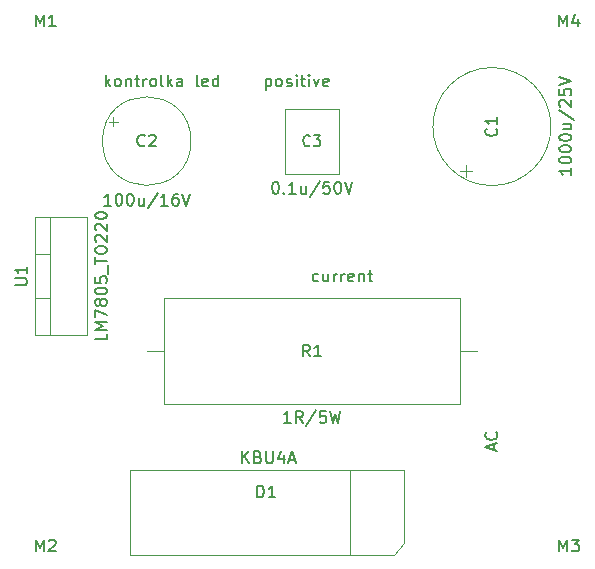
<source format=gbr>
%TF.GenerationSoftware,KiCad,Pcbnew,5.1.5-1.fc31*%
%TF.CreationDate,2020-04-07T08:28:03+02:00*%
%TF.ProjectId,zasilacz,7a617369-6c61-4637-9a2e-6b696361645f,1.0*%
%TF.SameCoordinates,Original*%
%TF.FileFunction,Other,Fab,Top*%
%FSLAX46Y46*%
G04 Gerber Fmt 4.6, Leading zero omitted, Abs format (unit mm)*
G04 Created by KiCad (PCBNEW 5.1.5-1.fc31) date 2020-04-07 08:28:03*
%MOMM*%
%LPD*%
G04 APERTURE LIST*
%ADD10C,0.100000*%
%ADD11C,0.120000*%
%ADD12C,0.150000*%
%ADD13C,0.138000*%
G04 APERTURE END LIST*
D10*
%TO.C,C1*%
X153590000Y-74970000D02*
G75*
G03X153590000Y-74970000I-5000000J0D01*
G01*
X146402500Y-79258861D02*
X146402500Y-78258861D01*
X145902500Y-78758861D02*
X146902500Y-78758861D01*
%TO.C,C2*%
X123110000Y-76200000D02*
G75*
G03X123110000Y-76200000I-3750000J0D01*
G01*
X116148767Y-74562500D02*
X116898767Y-74562500D01*
X116523767Y-74187500D02*
X116523767Y-74937500D01*
%TO.C,C3*%
X131030000Y-73450000D02*
X131030000Y-78950000D01*
X131030000Y-78950000D02*
X135630000Y-78950000D01*
X135630000Y-78950000D02*
X135630000Y-73450000D01*
X135630000Y-73450000D02*
X131030000Y-73450000D01*
D11*
%TO.C,D1*%
X136560000Y-111220000D02*
X136560000Y-104020000D01*
D10*
X141160000Y-110220000D02*
X141160000Y-104020000D01*
X140260000Y-111220000D02*
X141160000Y-110220000D01*
X117960000Y-111220000D02*
X140260000Y-111220000D01*
D11*
X117960000Y-104020000D02*
X117960000Y-111220000D01*
D10*
X141160000Y-104020000D02*
X117960000Y-104020000D01*
%TO.C,R1*%
X120850000Y-89480000D02*
X120850000Y-98480000D01*
X120850000Y-98480000D02*
X145850000Y-98480000D01*
X145850000Y-98480000D02*
X145850000Y-89480000D01*
X145850000Y-89480000D02*
X120850000Y-89480000D01*
X119380000Y-93980000D02*
X120850000Y-93980000D01*
X147320000Y-93980000D02*
X145850000Y-93980000D01*
%TO.C,U1*%
X109880000Y-92630000D02*
X114280000Y-92630000D01*
X114280000Y-92630000D02*
X114280000Y-82630000D01*
X114280000Y-82630000D02*
X109880000Y-82630000D01*
X109880000Y-82630000D02*
X109880000Y-92630000D01*
X111150000Y-92630000D02*
X111150000Y-82630000D01*
X109880000Y-89480000D02*
X111150000Y-89480000D01*
X109880000Y-85780000D02*
X111150000Y-85780000D01*
%TD*%
%TO.C,M1*%
D12*
X109980476Y-66492380D02*
X109980476Y-65492380D01*
X110313809Y-66206666D01*
X110647142Y-65492380D01*
X110647142Y-66492380D01*
X111647142Y-66492380D02*
X111075714Y-66492380D01*
X111361428Y-66492380D02*
X111361428Y-65492380D01*
X111266190Y-65635238D01*
X111170952Y-65730476D01*
X111075714Y-65778095D01*
%TO.C,M4*%
X154303476Y-66492380D02*
X154303476Y-65492380D01*
X154636809Y-66206666D01*
X154970142Y-65492380D01*
X154970142Y-66492380D01*
X155874904Y-65825714D02*
X155874904Y-66492380D01*
X155636809Y-65444761D02*
X155398714Y-66159047D01*
X156017761Y-66159047D01*
%TO.C,M3*%
X154303476Y-110942380D02*
X154303476Y-109942380D01*
X154636809Y-110656666D01*
X154970142Y-109942380D01*
X154970142Y-110942380D01*
X155351095Y-109942380D02*
X155970142Y-109942380D01*
X155636809Y-110323333D01*
X155779666Y-110323333D01*
X155874904Y-110370952D01*
X155922523Y-110418571D01*
X155970142Y-110513809D01*
X155970142Y-110751904D01*
X155922523Y-110847142D01*
X155874904Y-110894761D01*
X155779666Y-110942380D01*
X155493952Y-110942380D01*
X155398714Y-110894761D01*
X155351095Y-110847142D01*
%TO.C,M2*%
X109980476Y-110942380D02*
X109980476Y-109942380D01*
X110313809Y-110656666D01*
X110647142Y-109942380D01*
X110647142Y-110942380D01*
X111075714Y-110037619D02*
X111123333Y-109990000D01*
X111218571Y-109942380D01*
X111456666Y-109942380D01*
X111551904Y-109990000D01*
X111599523Y-110037619D01*
X111647142Y-110132857D01*
X111647142Y-110228095D01*
X111599523Y-110370952D01*
X111028095Y-110942380D01*
X111647142Y-110942380D01*
%TO.C,C1*%
X155292380Y-78470000D02*
X155292380Y-79041428D01*
X155292380Y-78755714D02*
X154292380Y-78755714D01*
X154435238Y-78850952D01*
X154530476Y-78946190D01*
X154578095Y-79041428D01*
X154292380Y-77850952D02*
X154292380Y-77755714D01*
X154340000Y-77660476D01*
X154387619Y-77612857D01*
X154482857Y-77565238D01*
X154673333Y-77517619D01*
X154911428Y-77517619D01*
X155101904Y-77565238D01*
X155197142Y-77612857D01*
X155244761Y-77660476D01*
X155292380Y-77755714D01*
X155292380Y-77850952D01*
X155244761Y-77946190D01*
X155197142Y-77993809D01*
X155101904Y-78041428D01*
X154911428Y-78089047D01*
X154673333Y-78089047D01*
X154482857Y-78041428D01*
X154387619Y-77993809D01*
X154340000Y-77946190D01*
X154292380Y-77850952D01*
X154292380Y-76898571D02*
X154292380Y-76803333D01*
X154340000Y-76708095D01*
X154387619Y-76660476D01*
X154482857Y-76612857D01*
X154673333Y-76565238D01*
X154911428Y-76565238D01*
X155101904Y-76612857D01*
X155197142Y-76660476D01*
X155244761Y-76708095D01*
X155292380Y-76803333D01*
X155292380Y-76898571D01*
X155244761Y-76993809D01*
X155197142Y-77041428D01*
X155101904Y-77089047D01*
X154911428Y-77136666D01*
X154673333Y-77136666D01*
X154482857Y-77089047D01*
X154387619Y-77041428D01*
X154340000Y-76993809D01*
X154292380Y-76898571D01*
X154292380Y-75946190D02*
X154292380Y-75850952D01*
X154340000Y-75755714D01*
X154387619Y-75708095D01*
X154482857Y-75660476D01*
X154673333Y-75612857D01*
X154911428Y-75612857D01*
X155101904Y-75660476D01*
X155197142Y-75708095D01*
X155244761Y-75755714D01*
X155292380Y-75850952D01*
X155292380Y-75946190D01*
X155244761Y-76041428D01*
X155197142Y-76089047D01*
X155101904Y-76136666D01*
X154911428Y-76184285D01*
X154673333Y-76184285D01*
X154482857Y-76136666D01*
X154387619Y-76089047D01*
X154340000Y-76041428D01*
X154292380Y-75946190D01*
X154625714Y-74755714D02*
X155292380Y-74755714D01*
X154625714Y-75184285D02*
X155149523Y-75184285D01*
X155244761Y-75136666D01*
X155292380Y-75041428D01*
X155292380Y-74898571D01*
X155244761Y-74803333D01*
X155197142Y-74755714D01*
X154244761Y-73565238D02*
X155530476Y-74422380D01*
X154387619Y-73279523D02*
X154340000Y-73231904D01*
X154292380Y-73136666D01*
X154292380Y-72898571D01*
X154340000Y-72803333D01*
X154387619Y-72755714D01*
X154482857Y-72708095D01*
X154578095Y-72708095D01*
X154720952Y-72755714D01*
X155292380Y-73327142D01*
X155292380Y-72708095D01*
X154292380Y-71803333D02*
X154292380Y-72279523D01*
X154768571Y-72327142D01*
X154720952Y-72279523D01*
X154673333Y-72184285D01*
X154673333Y-71946190D01*
X154720952Y-71850952D01*
X154768571Y-71803333D01*
X154863809Y-71755714D01*
X155101904Y-71755714D01*
X155197142Y-71803333D01*
X155244761Y-71850952D01*
X155292380Y-71946190D01*
X155292380Y-72184285D01*
X155244761Y-72279523D01*
X155197142Y-72327142D01*
X154292380Y-71470000D02*
X155292380Y-71136666D01*
X154292380Y-70803333D01*
X148947142Y-75136666D02*
X148994761Y-75184285D01*
X149042380Y-75327142D01*
X149042380Y-75422380D01*
X148994761Y-75565238D01*
X148899523Y-75660476D01*
X148804285Y-75708095D01*
X148613809Y-75755714D01*
X148470952Y-75755714D01*
X148280476Y-75708095D01*
X148185238Y-75660476D01*
X148090000Y-75565238D01*
X148042380Y-75422380D01*
X148042380Y-75327142D01*
X148090000Y-75184285D01*
X148137619Y-75136666D01*
X149042380Y-74184285D02*
X149042380Y-74755714D01*
X149042380Y-74470000D02*
X148042380Y-74470000D01*
X148185238Y-74565238D01*
X148280476Y-74660476D01*
X148328095Y-74755714D01*
%TO.C,C2*%
X116336190Y-81652380D02*
X115764761Y-81652380D01*
X116050476Y-81652380D02*
X116050476Y-80652380D01*
X115955238Y-80795238D01*
X115860000Y-80890476D01*
X115764761Y-80938095D01*
X116955238Y-80652380D02*
X117050476Y-80652380D01*
X117145714Y-80700000D01*
X117193333Y-80747619D01*
X117240952Y-80842857D01*
X117288571Y-81033333D01*
X117288571Y-81271428D01*
X117240952Y-81461904D01*
X117193333Y-81557142D01*
X117145714Y-81604761D01*
X117050476Y-81652380D01*
X116955238Y-81652380D01*
X116860000Y-81604761D01*
X116812380Y-81557142D01*
X116764761Y-81461904D01*
X116717142Y-81271428D01*
X116717142Y-81033333D01*
X116764761Y-80842857D01*
X116812380Y-80747619D01*
X116860000Y-80700000D01*
X116955238Y-80652380D01*
X117907619Y-80652380D02*
X118002857Y-80652380D01*
X118098095Y-80700000D01*
X118145714Y-80747619D01*
X118193333Y-80842857D01*
X118240952Y-81033333D01*
X118240952Y-81271428D01*
X118193333Y-81461904D01*
X118145714Y-81557142D01*
X118098095Y-81604761D01*
X118002857Y-81652380D01*
X117907619Y-81652380D01*
X117812380Y-81604761D01*
X117764761Y-81557142D01*
X117717142Y-81461904D01*
X117669523Y-81271428D01*
X117669523Y-81033333D01*
X117717142Y-80842857D01*
X117764761Y-80747619D01*
X117812380Y-80700000D01*
X117907619Y-80652380D01*
X119098095Y-80985714D02*
X119098095Y-81652380D01*
X118669523Y-80985714D02*
X118669523Y-81509523D01*
X118717142Y-81604761D01*
X118812380Y-81652380D01*
X118955238Y-81652380D01*
X119050476Y-81604761D01*
X119098095Y-81557142D01*
X120288571Y-80604761D02*
X119431428Y-81890476D01*
X121145714Y-81652380D02*
X120574285Y-81652380D01*
X120860000Y-81652380D02*
X120860000Y-80652380D01*
X120764761Y-80795238D01*
X120669523Y-80890476D01*
X120574285Y-80938095D01*
X122002857Y-80652380D02*
X121812380Y-80652380D01*
X121717142Y-80700000D01*
X121669523Y-80747619D01*
X121574285Y-80890476D01*
X121526666Y-81080952D01*
X121526666Y-81461904D01*
X121574285Y-81557142D01*
X121621904Y-81604761D01*
X121717142Y-81652380D01*
X121907619Y-81652380D01*
X122002857Y-81604761D01*
X122050476Y-81557142D01*
X122098095Y-81461904D01*
X122098095Y-81223809D01*
X122050476Y-81128571D01*
X122002857Y-81080952D01*
X121907619Y-81033333D01*
X121717142Y-81033333D01*
X121621904Y-81080952D01*
X121574285Y-81128571D01*
X121526666Y-81223809D01*
X122383809Y-80652380D02*
X122717142Y-81652380D01*
X123050476Y-80652380D01*
X119193333Y-76557142D02*
X119145714Y-76604761D01*
X119002857Y-76652380D01*
X118907619Y-76652380D01*
X118764761Y-76604761D01*
X118669523Y-76509523D01*
X118621904Y-76414285D01*
X118574285Y-76223809D01*
X118574285Y-76080952D01*
X118621904Y-75890476D01*
X118669523Y-75795238D01*
X118764761Y-75700000D01*
X118907619Y-75652380D01*
X119002857Y-75652380D01*
X119145714Y-75700000D01*
X119193333Y-75747619D01*
X119574285Y-75747619D02*
X119621904Y-75700000D01*
X119717142Y-75652380D01*
X119955238Y-75652380D01*
X120050476Y-75700000D01*
X120098095Y-75747619D01*
X120145714Y-75842857D01*
X120145714Y-75938095D01*
X120098095Y-76080952D01*
X119526666Y-76652380D01*
X120145714Y-76652380D01*
%TO.C,C3*%
X130210952Y-79652380D02*
X130306190Y-79652380D01*
X130401428Y-79700000D01*
X130449047Y-79747619D01*
X130496666Y-79842857D01*
X130544285Y-80033333D01*
X130544285Y-80271428D01*
X130496666Y-80461904D01*
X130449047Y-80557142D01*
X130401428Y-80604761D01*
X130306190Y-80652380D01*
X130210952Y-80652380D01*
X130115714Y-80604761D01*
X130068095Y-80557142D01*
X130020476Y-80461904D01*
X129972857Y-80271428D01*
X129972857Y-80033333D01*
X130020476Y-79842857D01*
X130068095Y-79747619D01*
X130115714Y-79700000D01*
X130210952Y-79652380D01*
X130972857Y-80557142D02*
X131020476Y-80604761D01*
X130972857Y-80652380D01*
X130925238Y-80604761D01*
X130972857Y-80557142D01*
X130972857Y-80652380D01*
X131972857Y-80652380D02*
X131401428Y-80652380D01*
X131687142Y-80652380D02*
X131687142Y-79652380D01*
X131591904Y-79795238D01*
X131496666Y-79890476D01*
X131401428Y-79938095D01*
X132830000Y-79985714D02*
X132830000Y-80652380D01*
X132401428Y-79985714D02*
X132401428Y-80509523D01*
X132449047Y-80604761D01*
X132544285Y-80652380D01*
X132687142Y-80652380D01*
X132782380Y-80604761D01*
X132830000Y-80557142D01*
X134020476Y-79604761D02*
X133163333Y-80890476D01*
X134830000Y-79652380D02*
X134353809Y-79652380D01*
X134306190Y-80128571D01*
X134353809Y-80080952D01*
X134449047Y-80033333D01*
X134687142Y-80033333D01*
X134782380Y-80080952D01*
X134830000Y-80128571D01*
X134877619Y-80223809D01*
X134877619Y-80461904D01*
X134830000Y-80557142D01*
X134782380Y-80604761D01*
X134687142Y-80652380D01*
X134449047Y-80652380D01*
X134353809Y-80604761D01*
X134306190Y-80557142D01*
X135496666Y-79652380D02*
X135591904Y-79652380D01*
X135687142Y-79700000D01*
X135734761Y-79747619D01*
X135782380Y-79842857D01*
X135830000Y-80033333D01*
X135830000Y-80271428D01*
X135782380Y-80461904D01*
X135734761Y-80557142D01*
X135687142Y-80604761D01*
X135591904Y-80652380D01*
X135496666Y-80652380D01*
X135401428Y-80604761D01*
X135353809Y-80557142D01*
X135306190Y-80461904D01*
X135258571Y-80271428D01*
X135258571Y-80033333D01*
X135306190Y-79842857D01*
X135353809Y-79747619D01*
X135401428Y-79700000D01*
X135496666Y-79652380D01*
X136115714Y-79652380D02*
X136449047Y-80652380D01*
X136782380Y-79652380D01*
D13*
X133176666Y-76528571D02*
X133132857Y-76572380D01*
X133001428Y-76616190D01*
X132913809Y-76616190D01*
X132782380Y-76572380D01*
X132694761Y-76484761D01*
X132650952Y-76397142D01*
X132607142Y-76221904D01*
X132607142Y-76090476D01*
X132650952Y-75915238D01*
X132694761Y-75827619D01*
X132782380Y-75740000D01*
X132913809Y-75696190D01*
X133001428Y-75696190D01*
X133132857Y-75740000D01*
X133176666Y-75783809D01*
X133483333Y-75696190D02*
X134052857Y-75696190D01*
X133746190Y-76046666D01*
X133877619Y-76046666D01*
X133965238Y-76090476D01*
X134009047Y-76134285D01*
X134052857Y-76221904D01*
X134052857Y-76440952D01*
X134009047Y-76528571D01*
X133965238Y-76572380D01*
X133877619Y-76616190D01*
X133614761Y-76616190D01*
X133527142Y-76572380D01*
X133483333Y-76528571D01*
%TO.C,D1*%
D12*
X127469523Y-103472380D02*
X127469523Y-102472380D01*
X128040952Y-103472380D02*
X127612380Y-102900952D01*
X128040952Y-102472380D02*
X127469523Y-103043809D01*
X128802857Y-102948571D02*
X128945714Y-102996190D01*
X128993333Y-103043809D01*
X129040952Y-103139047D01*
X129040952Y-103281904D01*
X128993333Y-103377142D01*
X128945714Y-103424761D01*
X128850476Y-103472380D01*
X128469523Y-103472380D01*
X128469523Y-102472380D01*
X128802857Y-102472380D01*
X128898095Y-102520000D01*
X128945714Y-102567619D01*
X128993333Y-102662857D01*
X128993333Y-102758095D01*
X128945714Y-102853333D01*
X128898095Y-102900952D01*
X128802857Y-102948571D01*
X128469523Y-102948571D01*
X129469523Y-102472380D02*
X129469523Y-103281904D01*
X129517142Y-103377142D01*
X129564761Y-103424761D01*
X129660000Y-103472380D01*
X129850476Y-103472380D01*
X129945714Y-103424761D01*
X129993333Y-103377142D01*
X130040952Y-103281904D01*
X130040952Y-102472380D01*
X130945714Y-102805714D02*
X130945714Y-103472380D01*
X130707619Y-102424761D02*
X130469523Y-103139047D01*
X131088571Y-103139047D01*
X131421904Y-103186666D02*
X131898095Y-103186666D01*
X131326666Y-103472380D02*
X131660000Y-102472380D01*
X131993333Y-103472380D01*
X128721904Y-106372380D02*
X128721904Y-105372380D01*
X128960000Y-105372380D01*
X129102857Y-105420000D01*
X129198095Y-105515238D01*
X129245714Y-105610476D01*
X129293333Y-105800952D01*
X129293333Y-105943809D01*
X129245714Y-106134285D01*
X129198095Y-106229523D01*
X129102857Y-106324761D01*
X128960000Y-106372380D01*
X128721904Y-106372380D01*
X130245714Y-106372380D02*
X129674285Y-106372380D01*
X129960000Y-106372380D02*
X129960000Y-105372380D01*
X129864761Y-105515238D01*
X129769523Y-105610476D01*
X129674285Y-105658095D01*
%TO.C,D2*%
X115888095Y-71572380D02*
X115888095Y-70572380D01*
X115983333Y-71191428D02*
X116269047Y-71572380D01*
X116269047Y-70905714D02*
X115888095Y-71286666D01*
X116840476Y-71572380D02*
X116745238Y-71524761D01*
X116697619Y-71477142D01*
X116650000Y-71381904D01*
X116650000Y-71096190D01*
X116697619Y-71000952D01*
X116745238Y-70953333D01*
X116840476Y-70905714D01*
X116983333Y-70905714D01*
X117078571Y-70953333D01*
X117126190Y-71000952D01*
X117173809Y-71096190D01*
X117173809Y-71381904D01*
X117126190Y-71477142D01*
X117078571Y-71524761D01*
X116983333Y-71572380D01*
X116840476Y-71572380D01*
X117602380Y-70905714D02*
X117602380Y-71572380D01*
X117602380Y-71000952D02*
X117650000Y-70953333D01*
X117745238Y-70905714D01*
X117888095Y-70905714D01*
X117983333Y-70953333D01*
X118030952Y-71048571D01*
X118030952Y-71572380D01*
X118364285Y-70905714D02*
X118745238Y-70905714D01*
X118507142Y-70572380D02*
X118507142Y-71429523D01*
X118554761Y-71524761D01*
X118650000Y-71572380D01*
X118745238Y-71572380D01*
X119078571Y-71572380D02*
X119078571Y-70905714D01*
X119078571Y-71096190D02*
X119126190Y-71000952D01*
X119173809Y-70953333D01*
X119269047Y-70905714D01*
X119364285Y-70905714D01*
X119840476Y-71572380D02*
X119745238Y-71524761D01*
X119697619Y-71477142D01*
X119650000Y-71381904D01*
X119650000Y-71096190D01*
X119697619Y-71000952D01*
X119745238Y-70953333D01*
X119840476Y-70905714D01*
X119983333Y-70905714D01*
X120078571Y-70953333D01*
X120126190Y-71000952D01*
X120173809Y-71096190D01*
X120173809Y-71381904D01*
X120126190Y-71477142D01*
X120078571Y-71524761D01*
X119983333Y-71572380D01*
X119840476Y-71572380D01*
X120745238Y-71572380D02*
X120650000Y-71524761D01*
X120602380Y-71429523D01*
X120602380Y-70572380D01*
X121126190Y-71572380D02*
X121126190Y-70572380D01*
X121221428Y-71191428D02*
X121507142Y-71572380D01*
X121507142Y-70905714D02*
X121126190Y-71286666D01*
X122364285Y-71572380D02*
X122364285Y-71048571D01*
X122316666Y-70953333D01*
X122221428Y-70905714D01*
X122030952Y-70905714D01*
X121935714Y-70953333D01*
X122364285Y-71524761D02*
X122269047Y-71572380D01*
X122030952Y-71572380D01*
X121935714Y-71524761D01*
X121888095Y-71429523D01*
X121888095Y-71334285D01*
X121935714Y-71239047D01*
X122030952Y-71191428D01*
X122269047Y-71191428D01*
X122364285Y-71143809D01*
X123745238Y-71572380D02*
X123650000Y-71524761D01*
X123602380Y-71429523D01*
X123602380Y-70572380D01*
X124507142Y-71524761D02*
X124411904Y-71572380D01*
X124221428Y-71572380D01*
X124126190Y-71524761D01*
X124078571Y-71429523D01*
X124078571Y-71048571D01*
X124126190Y-70953333D01*
X124221428Y-70905714D01*
X124411904Y-70905714D01*
X124507142Y-70953333D01*
X124554761Y-71048571D01*
X124554761Y-71143809D01*
X124078571Y-71239047D01*
X125411904Y-71572380D02*
X125411904Y-70572380D01*
X125411904Y-71524761D02*
X125316666Y-71572380D01*
X125126190Y-71572380D01*
X125030952Y-71524761D01*
X124983333Y-71477142D01*
X124935714Y-71381904D01*
X124935714Y-71096190D01*
X124983333Y-71000952D01*
X125030952Y-70953333D01*
X125126190Y-70905714D01*
X125316666Y-70905714D01*
X125411904Y-70953333D01*
%TO.C,J1*%
X148756666Y-102338095D02*
X148756666Y-101861904D01*
X149042380Y-102433333D02*
X148042380Y-102100000D01*
X149042380Y-101766666D01*
X148947142Y-100861904D02*
X148994761Y-100909523D01*
X149042380Y-101052380D01*
X149042380Y-101147619D01*
X148994761Y-101290476D01*
X148899523Y-101385714D01*
X148804285Y-101433333D01*
X148613809Y-101480952D01*
X148470952Y-101480952D01*
X148280476Y-101433333D01*
X148185238Y-101385714D01*
X148090000Y-101290476D01*
X148042380Y-101147619D01*
X148042380Y-101052380D01*
X148090000Y-100909523D01*
X148137619Y-100861904D01*
%TO.C,J2*%
X129437142Y-70905714D02*
X129437142Y-71905714D01*
X129437142Y-70953333D02*
X129532380Y-70905714D01*
X129722857Y-70905714D01*
X129818095Y-70953333D01*
X129865714Y-71000952D01*
X129913333Y-71096190D01*
X129913333Y-71381904D01*
X129865714Y-71477142D01*
X129818095Y-71524761D01*
X129722857Y-71572380D01*
X129532380Y-71572380D01*
X129437142Y-71524761D01*
X130484761Y-71572380D02*
X130389523Y-71524761D01*
X130341904Y-71477142D01*
X130294285Y-71381904D01*
X130294285Y-71096190D01*
X130341904Y-71000952D01*
X130389523Y-70953333D01*
X130484761Y-70905714D01*
X130627619Y-70905714D01*
X130722857Y-70953333D01*
X130770476Y-71000952D01*
X130818095Y-71096190D01*
X130818095Y-71381904D01*
X130770476Y-71477142D01*
X130722857Y-71524761D01*
X130627619Y-71572380D01*
X130484761Y-71572380D01*
X131199047Y-71524761D02*
X131294285Y-71572380D01*
X131484761Y-71572380D01*
X131580000Y-71524761D01*
X131627619Y-71429523D01*
X131627619Y-71381904D01*
X131580000Y-71286666D01*
X131484761Y-71239047D01*
X131341904Y-71239047D01*
X131246666Y-71191428D01*
X131199047Y-71096190D01*
X131199047Y-71048571D01*
X131246666Y-70953333D01*
X131341904Y-70905714D01*
X131484761Y-70905714D01*
X131580000Y-70953333D01*
X132056190Y-71572380D02*
X132056190Y-70905714D01*
X132056190Y-70572380D02*
X132008571Y-70620000D01*
X132056190Y-70667619D01*
X132103809Y-70620000D01*
X132056190Y-70572380D01*
X132056190Y-70667619D01*
X132389523Y-70905714D02*
X132770476Y-70905714D01*
X132532380Y-70572380D02*
X132532380Y-71429523D01*
X132580000Y-71524761D01*
X132675238Y-71572380D01*
X132770476Y-71572380D01*
X133103809Y-71572380D02*
X133103809Y-70905714D01*
X133103809Y-70572380D02*
X133056190Y-70620000D01*
X133103809Y-70667619D01*
X133151428Y-70620000D01*
X133103809Y-70572380D01*
X133103809Y-70667619D01*
X133484761Y-70905714D02*
X133722857Y-71572380D01*
X133960952Y-70905714D01*
X134722857Y-71524761D02*
X134627619Y-71572380D01*
X134437142Y-71572380D01*
X134341904Y-71524761D01*
X134294285Y-71429523D01*
X134294285Y-71048571D01*
X134341904Y-70953333D01*
X134437142Y-70905714D01*
X134627619Y-70905714D01*
X134722857Y-70953333D01*
X134770476Y-71048571D01*
X134770476Y-71143809D01*
X134294285Y-71239047D01*
%TO.C,J3*%
X133890000Y-88034761D02*
X133794761Y-88082380D01*
X133604285Y-88082380D01*
X133509047Y-88034761D01*
X133461428Y-87987142D01*
X133413809Y-87891904D01*
X133413809Y-87606190D01*
X133461428Y-87510952D01*
X133509047Y-87463333D01*
X133604285Y-87415714D01*
X133794761Y-87415714D01*
X133890000Y-87463333D01*
X134747142Y-87415714D02*
X134747142Y-88082380D01*
X134318571Y-87415714D02*
X134318571Y-87939523D01*
X134366190Y-88034761D01*
X134461428Y-88082380D01*
X134604285Y-88082380D01*
X134699523Y-88034761D01*
X134747142Y-87987142D01*
X135223333Y-88082380D02*
X135223333Y-87415714D01*
X135223333Y-87606190D02*
X135270952Y-87510952D01*
X135318571Y-87463333D01*
X135413809Y-87415714D01*
X135509047Y-87415714D01*
X135842380Y-88082380D02*
X135842380Y-87415714D01*
X135842380Y-87606190D02*
X135890000Y-87510952D01*
X135937619Y-87463333D01*
X136032857Y-87415714D01*
X136128095Y-87415714D01*
X136842380Y-88034761D02*
X136747142Y-88082380D01*
X136556666Y-88082380D01*
X136461428Y-88034761D01*
X136413809Y-87939523D01*
X136413809Y-87558571D01*
X136461428Y-87463333D01*
X136556666Y-87415714D01*
X136747142Y-87415714D01*
X136842380Y-87463333D01*
X136890000Y-87558571D01*
X136890000Y-87653809D01*
X136413809Y-87749047D01*
X137318571Y-87415714D02*
X137318571Y-88082380D01*
X137318571Y-87510952D02*
X137366190Y-87463333D01*
X137461428Y-87415714D01*
X137604285Y-87415714D01*
X137699523Y-87463333D01*
X137747142Y-87558571D01*
X137747142Y-88082380D01*
X138080476Y-87415714D02*
X138461428Y-87415714D01*
X138223333Y-87082380D02*
X138223333Y-87939523D01*
X138270952Y-88034761D01*
X138366190Y-88082380D01*
X138461428Y-88082380D01*
%TO.C,R1*%
X131564285Y-100052380D02*
X130992857Y-100052380D01*
X131278571Y-100052380D02*
X131278571Y-99052380D01*
X131183333Y-99195238D01*
X131088095Y-99290476D01*
X130992857Y-99338095D01*
X132564285Y-100052380D02*
X132230952Y-99576190D01*
X131992857Y-100052380D02*
X131992857Y-99052380D01*
X132373809Y-99052380D01*
X132469047Y-99100000D01*
X132516666Y-99147619D01*
X132564285Y-99242857D01*
X132564285Y-99385714D01*
X132516666Y-99480952D01*
X132469047Y-99528571D01*
X132373809Y-99576190D01*
X131992857Y-99576190D01*
X133707142Y-99004761D02*
X132850000Y-100290476D01*
X134516666Y-99052380D02*
X134040476Y-99052380D01*
X133992857Y-99528571D01*
X134040476Y-99480952D01*
X134135714Y-99433333D01*
X134373809Y-99433333D01*
X134469047Y-99480952D01*
X134516666Y-99528571D01*
X134564285Y-99623809D01*
X134564285Y-99861904D01*
X134516666Y-99957142D01*
X134469047Y-100004761D01*
X134373809Y-100052380D01*
X134135714Y-100052380D01*
X134040476Y-100004761D01*
X133992857Y-99957142D01*
X134897619Y-99052380D02*
X135135714Y-100052380D01*
X135326190Y-99338095D01*
X135516666Y-100052380D01*
X135754761Y-99052380D01*
X133183333Y-94432380D02*
X132850000Y-93956190D01*
X132611904Y-94432380D02*
X132611904Y-93432380D01*
X132992857Y-93432380D01*
X133088095Y-93480000D01*
X133135714Y-93527619D01*
X133183333Y-93622857D01*
X133183333Y-93765714D01*
X133135714Y-93860952D01*
X133088095Y-93908571D01*
X132992857Y-93956190D01*
X132611904Y-93956190D01*
X134135714Y-94432380D02*
X133564285Y-94432380D01*
X133850000Y-94432380D02*
X133850000Y-93432380D01*
X133754761Y-93575238D01*
X133659523Y-93670476D01*
X133564285Y-93718095D01*
%TO.C,U1*%
X115982380Y-92510952D02*
X115982380Y-92987142D01*
X114982380Y-92987142D01*
X115982380Y-92177619D02*
X114982380Y-92177619D01*
X115696666Y-91844285D01*
X114982380Y-91510952D01*
X115982380Y-91510952D01*
X114982380Y-91130000D02*
X114982380Y-90463333D01*
X115982380Y-90891904D01*
X115410952Y-89939523D02*
X115363333Y-90034761D01*
X115315714Y-90082380D01*
X115220476Y-90130000D01*
X115172857Y-90130000D01*
X115077619Y-90082380D01*
X115030000Y-90034761D01*
X114982380Y-89939523D01*
X114982380Y-89749047D01*
X115030000Y-89653809D01*
X115077619Y-89606190D01*
X115172857Y-89558571D01*
X115220476Y-89558571D01*
X115315714Y-89606190D01*
X115363333Y-89653809D01*
X115410952Y-89749047D01*
X115410952Y-89939523D01*
X115458571Y-90034761D01*
X115506190Y-90082380D01*
X115601428Y-90130000D01*
X115791904Y-90130000D01*
X115887142Y-90082380D01*
X115934761Y-90034761D01*
X115982380Y-89939523D01*
X115982380Y-89749047D01*
X115934761Y-89653809D01*
X115887142Y-89606190D01*
X115791904Y-89558571D01*
X115601428Y-89558571D01*
X115506190Y-89606190D01*
X115458571Y-89653809D01*
X115410952Y-89749047D01*
X114982380Y-88939523D02*
X114982380Y-88844285D01*
X115030000Y-88749047D01*
X115077619Y-88701428D01*
X115172857Y-88653809D01*
X115363333Y-88606190D01*
X115601428Y-88606190D01*
X115791904Y-88653809D01*
X115887142Y-88701428D01*
X115934761Y-88749047D01*
X115982380Y-88844285D01*
X115982380Y-88939523D01*
X115934761Y-89034761D01*
X115887142Y-89082380D01*
X115791904Y-89130000D01*
X115601428Y-89177619D01*
X115363333Y-89177619D01*
X115172857Y-89130000D01*
X115077619Y-89082380D01*
X115030000Y-89034761D01*
X114982380Y-88939523D01*
X114982380Y-87701428D02*
X114982380Y-88177619D01*
X115458571Y-88225238D01*
X115410952Y-88177619D01*
X115363333Y-88082380D01*
X115363333Y-87844285D01*
X115410952Y-87749047D01*
X115458571Y-87701428D01*
X115553809Y-87653809D01*
X115791904Y-87653809D01*
X115887142Y-87701428D01*
X115934761Y-87749047D01*
X115982380Y-87844285D01*
X115982380Y-88082380D01*
X115934761Y-88177619D01*
X115887142Y-88225238D01*
X116077619Y-87463333D02*
X116077619Y-86701428D01*
X114982380Y-86606190D02*
X114982380Y-86034761D01*
X115982380Y-86320476D02*
X114982380Y-86320476D01*
X114982380Y-85510952D02*
X114982380Y-85320476D01*
X115030000Y-85225238D01*
X115125238Y-85130000D01*
X115315714Y-85082380D01*
X115649047Y-85082380D01*
X115839523Y-85130000D01*
X115934761Y-85225238D01*
X115982380Y-85320476D01*
X115982380Y-85510952D01*
X115934761Y-85606190D01*
X115839523Y-85701428D01*
X115649047Y-85749047D01*
X115315714Y-85749047D01*
X115125238Y-85701428D01*
X115030000Y-85606190D01*
X114982380Y-85510952D01*
X115077619Y-84701428D02*
X115030000Y-84653809D01*
X114982380Y-84558571D01*
X114982380Y-84320476D01*
X115030000Y-84225238D01*
X115077619Y-84177619D01*
X115172857Y-84130000D01*
X115268095Y-84130000D01*
X115410952Y-84177619D01*
X115982380Y-84749047D01*
X115982380Y-84130000D01*
X115077619Y-83749047D02*
X115030000Y-83701428D01*
X114982380Y-83606190D01*
X114982380Y-83368095D01*
X115030000Y-83272857D01*
X115077619Y-83225238D01*
X115172857Y-83177619D01*
X115268095Y-83177619D01*
X115410952Y-83225238D01*
X115982380Y-83796666D01*
X115982380Y-83177619D01*
X114982380Y-82558571D02*
X114982380Y-82463333D01*
X115030000Y-82368095D01*
X115077619Y-82320476D01*
X115172857Y-82272857D01*
X115363333Y-82225238D01*
X115601428Y-82225238D01*
X115791904Y-82272857D01*
X115887142Y-82320476D01*
X115934761Y-82368095D01*
X115982380Y-82463333D01*
X115982380Y-82558571D01*
X115934761Y-82653809D01*
X115887142Y-82701428D01*
X115791904Y-82749047D01*
X115601428Y-82796666D01*
X115363333Y-82796666D01*
X115172857Y-82749047D01*
X115077619Y-82701428D01*
X115030000Y-82653809D01*
X114982380Y-82558571D01*
X108212380Y-88391904D02*
X109021904Y-88391904D01*
X109117142Y-88344285D01*
X109164761Y-88296666D01*
X109212380Y-88201428D01*
X109212380Y-88010952D01*
X109164761Y-87915714D01*
X109117142Y-87868095D01*
X109021904Y-87820476D01*
X108212380Y-87820476D01*
X109212380Y-86820476D02*
X109212380Y-87391904D01*
X109212380Y-87106190D02*
X108212380Y-87106190D01*
X108355238Y-87201428D01*
X108450476Y-87296666D01*
X108498095Y-87391904D01*
%TD*%
M02*

</source>
